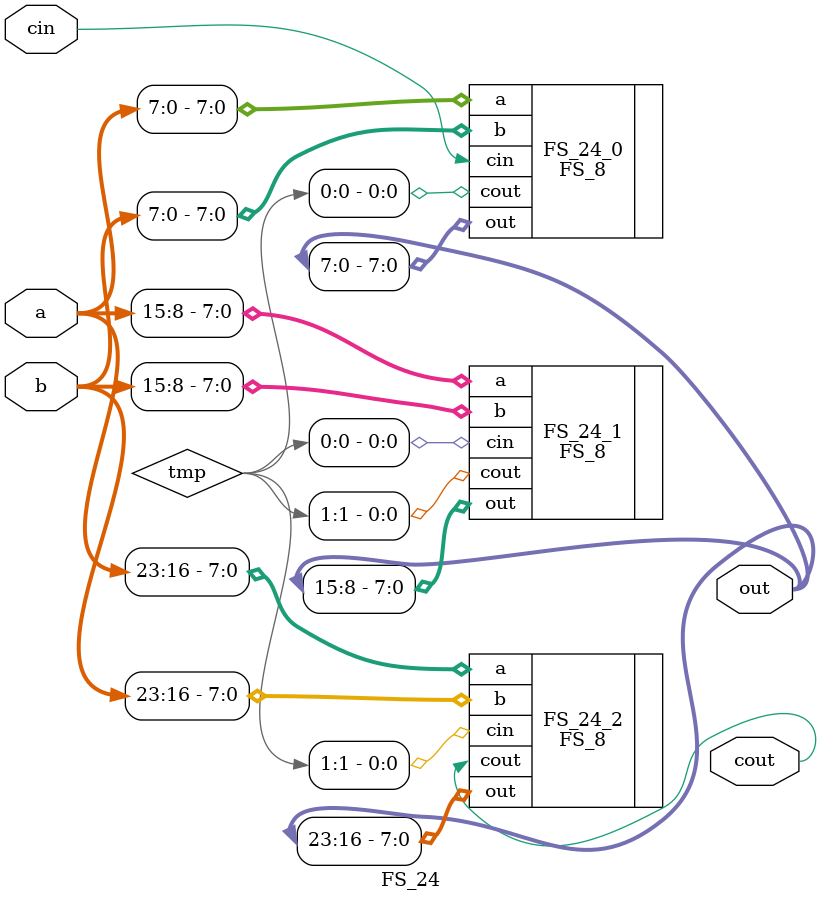
<source format=v>
module FS_24(
	a,
	b,
	cin,
	out,
	cout
);
parameter DATA_WIDTH = 24;

input [DATA_WIDTH - 1: 0]a;
input [DATA_WIDTH - 1: 0]b;
input cin;
output [DATA_WIDTH -1 :0]out;
output cout;

wire [1:0] tmp;



FS_8 	FS_24_0(
			.a(a[7:0]), 
			.b (b[7:0]), 
			.cin(cin),       
			.out(out[7:0]), 
			.cout(tmp[0])
		);

FS_8 	FS_24_1(
			.a(a[15:8]), 
			.b (b[15:8]), 
			.cin(tmp[0]),    
			.out(out[15:8]), 
			.cout(tmp[1])
		);

FS_8 	FS_24_2(
			.a(a[23:16]), 
			.b (b[23:16]), 
			.cin(tmp[1]),    
			.out(out[23:16]), 
			.cout(cout)
		);

endmodule
</source>
